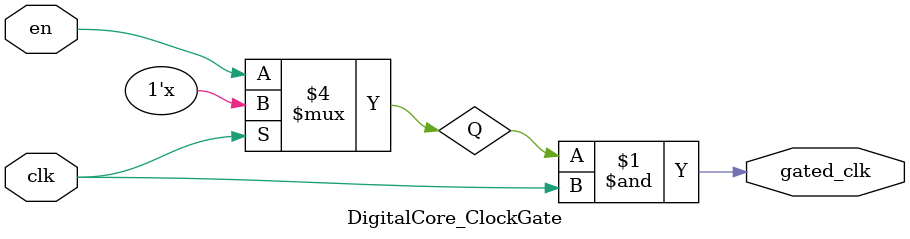
<source format=v>
`timescale 1ns/1ps

module DigitalCore_ClockGate(

        clk,
        en,
        gated_clk

    );
    
    input wire en, clk;
    output wire gated_clk;
    wire clk_bar;
    reg Q;
    
    not (clk_bar, clk);
    and (gated_clk, Q, clk);
    always @(*) begin
        if (clk_bar) begin
            Q <= en;
        end
    end

endmodule

</source>
